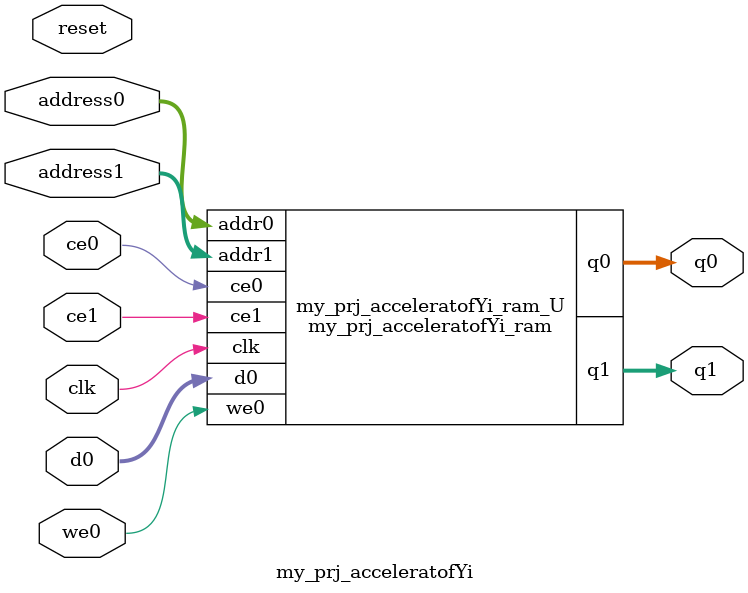
<source format=v>
`timescale 1 ns / 1 ps
module my_prj_acceleratofYi_ram (addr0, ce0, d0, we0, q0, addr1, ce1, q1,  clk);

parameter DWIDTH = 12;
parameter AWIDTH = 4;
parameter MEM_SIZE = 12;

input[AWIDTH-1:0] addr0;
input ce0;
input[DWIDTH-1:0] d0;
input we0;
output reg[DWIDTH-1:0] q0;
input[AWIDTH-1:0] addr1;
input ce1;
output reg[DWIDTH-1:0] q1;
input clk;

(* ram_style = "distributed" *)reg [DWIDTH-1:0] ram[0:MEM_SIZE-1];




always @(posedge clk)  
begin 
    if (ce0) 
    begin
        if (we0) 
        begin 
            ram[addr0] <= d0; 
        end 
        q0 <= ram[addr0];
    end
end


always @(posedge clk)  
begin 
    if (ce1) 
    begin
        q1 <= ram[addr1];
    end
end


endmodule

`timescale 1 ns / 1 ps
module my_prj_acceleratofYi(
    reset,
    clk,
    address0,
    ce0,
    we0,
    d0,
    q0,
    address1,
    ce1,
    q1);

parameter DataWidth = 32'd12;
parameter AddressRange = 32'd12;
parameter AddressWidth = 32'd4;
input reset;
input clk;
input[AddressWidth - 1:0] address0;
input ce0;
input we0;
input[DataWidth - 1:0] d0;
output[DataWidth - 1:0] q0;
input[AddressWidth - 1:0] address1;
input ce1;
output[DataWidth - 1:0] q1;



my_prj_acceleratofYi_ram my_prj_acceleratofYi_ram_U(
    .clk( clk ),
    .addr0( address0 ),
    .ce0( ce0 ),
    .we0( we0 ),
    .d0( d0 ),
    .q0( q0 ),
    .addr1( address1 ),
    .ce1( ce1 ),
    .q1( q1 ));

endmodule


</source>
